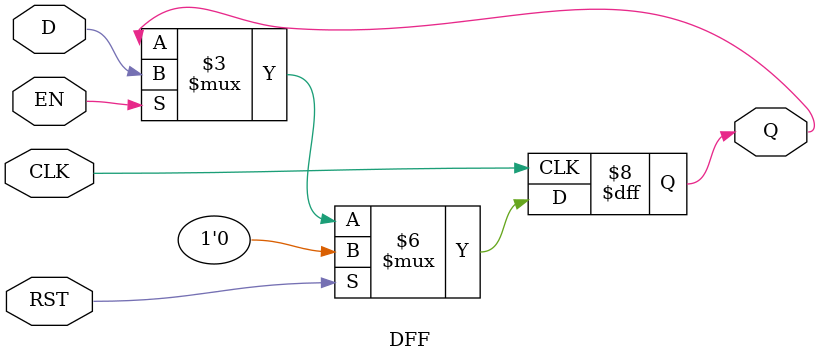
<source format=v>
`timescale 1ns / 1ps

/* 
 * Simple DFF.
 */
module DFF(CLK, RST, EN, D, Q);
	input CLK;
	input RST;
	input EN;
	input D;
	output reg Q;
	
	always@(posedge CLK) begin
		if (RST) begin
			Q <= 1'b0;
		end
		else if (EN) begin
			Q <= D;
		end
		else begin
			Q <= Q;
		end
	end

endmodule

</source>
